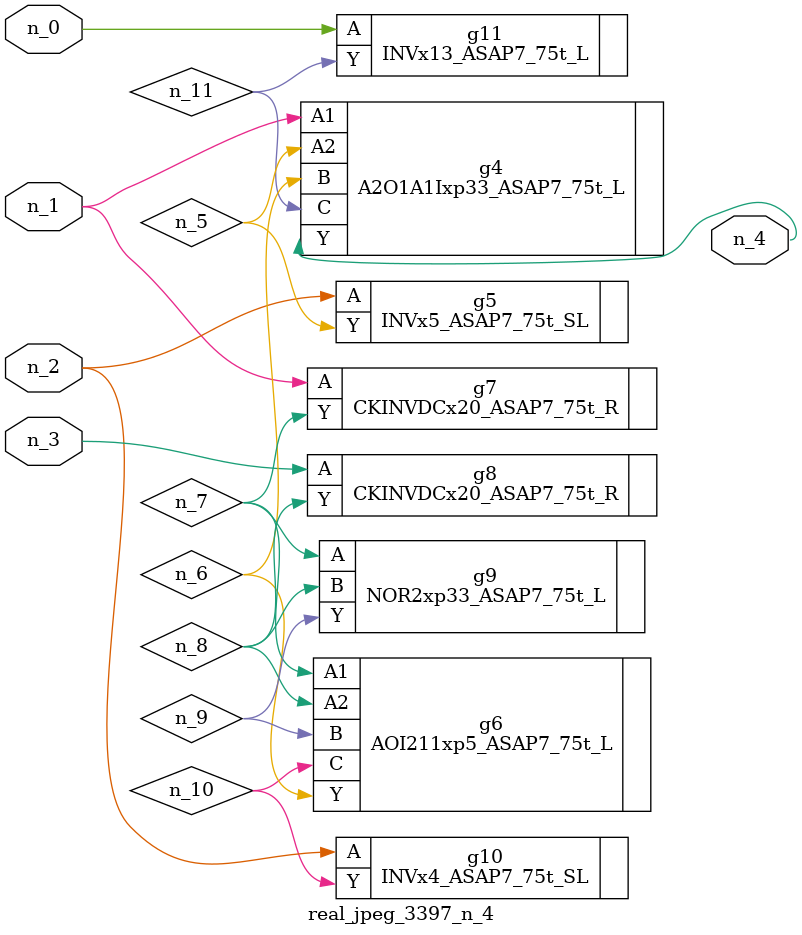
<source format=v>
module real_jpeg_3397_n_4 (n_3, n_1, n_0, n_2, n_4);

input n_3;
input n_1;
input n_0;
input n_2;

output n_4;

wire n_5;
wire n_8;
wire n_11;
wire n_6;
wire n_7;
wire n_10;
wire n_9;

INVx13_ASAP7_75t_L g11 ( 
.A(n_0),
.Y(n_11)
);

A2O1A1Ixp33_ASAP7_75t_L g4 ( 
.A1(n_1),
.A2(n_5),
.B(n_6),
.C(n_11),
.Y(n_4)
);

CKINVDCx20_ASAP7_75t_R g7 ( 
.A(n_1),
.Y(n_7)
);

INVx5_ASAP7_75t_SL g5 ( 
.A(n_2),
.Y(n_5)
);

INVx4_ASAP7_75t_SL g10 ( 
.A(n_2),
.Y(n_10)
);

CKINVDCx20_ASAP7_75t_R g8 ( 
.A(n_3),
.Y(n_8)
);

AOI211xp5_ASAP7_75t_L g6 ( 
.A1(n_7),
.A2(n_8),
.B(n_9),
.C(n_10),
.Y(n_6)
);

NOR2xp33_ASAP7_75t_L g9 ( 
.A(n_7),
.B(n_8),
.Y(n_9)
);


endmodule
</source>
